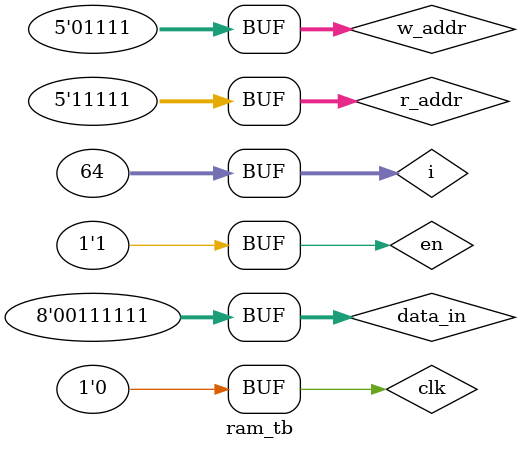
<source format=v>
`include "ram.v"

module ram_tb;

reg clk, en;
reg [4:0] r_addr, w_addr;
reg [7:0] data_in; 
wire [7:0] data_out;
integer i;

ram dut 
(
    clk, en, r_addr, w_addr, data_in, data_out
);
defparam dut.ADDR_WIDTH = 5;
defparam dut.DATA_WIDTH = 8;

// Dump waveform data
initial
begin
    $dumpfile("./build/rtl-sim/vcd/ram.vcd");
    $dumpvars;
end

initial
begin
    en = 1;
    clk = 0;
    r_addr = 0;
    w_addr = 0;
    data_in = 45;
    for (i = 0; i < 64; i = i + 1)
    begin
        if (((i%4) == 0) && i != 0)
            w_addr = w_addr + 1;

        data_in = i;
        r_addr = i;
        clk = ~clk;
        #100;
        clk = ~clk;
        #100;
    end
end

endmodule


</source>
